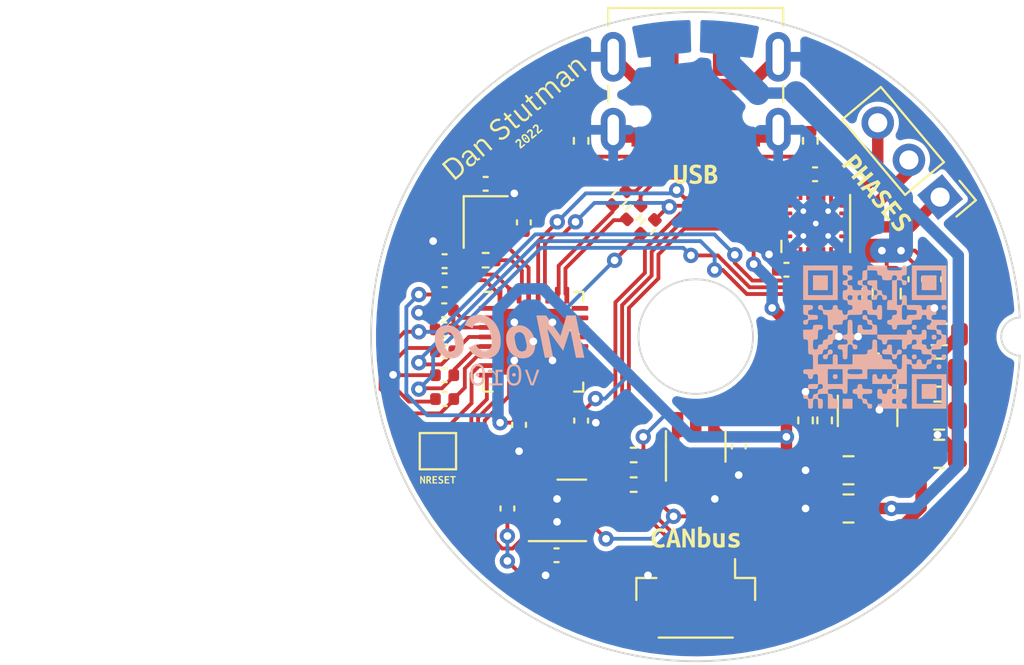
<source format=kicad_pcb>
(kicad_pcb (version 20211014) (generator pcbnew)
  (layers (0 "F.Cu" signal) (31 "B.Cu" signal) (34 "B.Paste" user) (35 "F.Paste" user) (36 "B.SilkS" user "B.Silkscreen") (37 "F.SilkS" user "F.Silkscreen") (38 "B.Mask" user) (39 "F.Mask" user) (44 "Edge.Cuts" user))
  (net 0 "")
  (net 1 "+3V3")
  (net 2 "GND")
  (net 3 "Vdrive")
  (net 4 "Net-(C8-Pad2)")
  (net 5 "/PWM_SYNC")
  (net 6 "/DRV_~{SCS}")
  (net 7 "Net-(C10-Pad1)")
  (net 8 "/~{RESET}")
  (net 9 "/TMS_SDA")
  (net 10 "/TMS_SCL")
  (net 11 "/SOC")
  (net 12 "/SOB")
  (net 13 "/SOA")
  (net 14 "/SCLK")
  (net 15 "/SDI")
  (net 16 "/SDO")
  (net 17 "Net-(J4-Pad1)")
  (net 18 "Net-(J4-Pad2)")
  (net 19 "Net-(J4-Pad3)")
  (net 22 "Net-(C20-Pad1)")
  (net 23 "Net-(R5-Pad2)")
  (net 24 "Net-(C28-Pad1)")
  (net 25 "+5V")
  (net 26 "Net-(C28-Pad2)")
  (net 27 "/CANH")
  (net 29 "/CANL")
  (net 30 "unconnected-(J3-PadA4)")
  (net 31 "/USB_DP")
  (net 32 "/USB_DN")
  (net 34 "Net-(J3-PadB5)")
  (net 36 "Net-(R6-Pad2)")
  (net 37 "/CAN_EN")
  (net 38 "/CAN_RX")
  (net 39 "/CAN_TX")
  (net 40 "/USB_CONN_DP")
  (net 41 "/USB_CONN_DN")
  (net 43 "Net-(J3-PadA5)")
  (net 52 "Net-(C19-Pad1)")
  (footprint "Capacitor_SMD:C_0805_2012Metric" (layer "F.Cu") (at 62.75 54.1375 180)
    (fp_text reference "C30" hide)
    (fp_text value "22uF 6.3V" hide)
  )
  (footprint "Resistor_SMD:R_0402_1005Metric" (layer "F.Cu") (at 46.75 56.2)
    (fp_text reference "R1" hide)
    (fp_text value "910R" hide)
  )
  (footprint "kibuzzard-626ED487" (layer "F.Cu") (at 59.5 42.5 -50)
    (fp_text reference "kibuzzard-626ED487" hide)
    (fp_text value "G***" hide)
  )
  (footprint "Resistor_SMD:R_0402_1005Metric" (layer "F.Cu") (at 46 42.75 45)
    (fp_text reference "R11" hide)
    (fp_text value "22R" hide)
  )
  (footprint "Crystal:Crystal_SMD_2016-4Pin_2.0x1.6mm" (layer "F.Cu") (at 39 44 -90)
    (fp_text reference "Y1" hide)
    (fp_text value "40 MHz +-10ppm" hide)
  )
  (footprint "Connector_PinHeader_2.54mm:PinHeader_1x03_P2.54mm_Vertical" (layer "F.Cu") (at 62.796051 42.695753 -140)
    (fp_text reference "J4" hide)
    (fp_text value "Conn_01x03" hide)
  )
  (footprint "Resistor_SMD:R_0402_1005Metric" (layer "F.Cu") (at 39.000001 46)
    (fp_text reference "R5" hide)
    (fp_text value "100R" hide)
  )
  (footprint "kibuzzard-6244D452" (layer "F.Cu") (at 40.5 38.5 40)
    (fp_text reference "kibuzzard-6244D452" hide)
    (fp_text value "G***" hide)
  )
  (footprint "Package_DFN_QFN:QFN-32-1EP_5x5mm_P0.5mm_EP3.45x3.45mm" (layer "F.Cu") (at 41.5 50.27)
    (fp_text reference "U1" hide)
    (fp_text value "ESP32-C3" hide)
  )
  (footprint "Capacitor_SMD:C_0402_1005Metric" (layer "F.Cu") (at 36.8325 48.62 180)
    (fp_text reference "C21" hide)
    (fp_text value "0.1uF 6.3V" hide)
  )
  (footprint "Resistor_SMD:R_0402_1005Metric" (layer "F.Cu") (at 46.75 43.5 45)
    (fp_text reference "R10" hide)
    (fp_text value "22R" hide)
  )
  (footprint "kibuzzard-62725C85" (layer "F.Cu") (at 41.25 39.5 40)
    (fp_text reference "kibuzzard-62725C85" hide)
    (fp_text value "G***" hide)
  )
  (footprint "Capacitor_SMD:C_0402_1005Metric" (layer "F.Cu") (at 54.75 46.5)
    (fp_text reference "C7" hide)
    (fp_text value "0.1uF 6.3V X7R" hide)
  )
  (footprint "kibuzzard-626ED451" (layer "F.Cu") (at 50 60.5)
    (fp_text reference "kibuzzard-626ED451" hide)
    (fp_text value "G***" hide)
  )
  (footprint "kibuzzard-627B83F7" (layer "F.Cu") (at 36.5 57.5)
    (fp_text reference "kibuzzard-627B83F7" hide)
    (fp_text value "G***" hide)
  )
  (footprint "Connector_USB:USB_C_Receptacle_JAE_DX07S016JA1R1500" (layer "F.Cu") (at 50 36.5 180)
    (fp_text reference "J3" hide)
    (fp_text value "USB_C_Receptacle_USB2.0" hide)
  )
  (footprint "Capacitor_SMD:C_0402_1005Metric" (layer "F.Cu") (at 40.13875 59 90)
    (fp_text reference "C5" hide)
    (fp_text value "0.1uF 10V" hide)
  )
  (footprint "Resistor_SMD:R_0402_1005Metric" (layer "F.Cu") (at 46.75 57.75 180)
    (fp_text reference "R2" hide)
    (fp_text value "910R" hide)
  )
  (footprint "Capacitor_SMD:C_0805_2012Metric" (layer "F.Cu") (at 58 47.75 -90)
    (fp_text reference "C15" hide)
    (fp_text value "10uF VBUS" hide)
  )
  (footprint "Capacitor_SMD:C_0402_1005Metric" (layer "F.Cu") (at 61.5 47 -90)
    (fp_text reference "C8" hide)
    (fp_text value "0.1uF 25V" hide)
  )
  (footprint "Capacitor_SMD:C_0805_2012Metric" (layer "F.Cu") (at 58 59 180)
    (fp_text reference "C27" hide)
    (fp_text value "10uF 25V" hide)
  )
  (footprint "Capacitor_SMD:C_0805_2012Metric" (layer "F.Cu") (at 60 47.75 -90)
    (fp_text reference "C13" hide)
    (fp_text value "10uF VBUS" hide)
  )
  (footprint "Capacitor_SMD:C_0402_1005Metric" (layer "F.Cu") (at 36.85 46.05 180)
    (fp_text reference "C18" hide)
    (fp_text value "10nF 6.3V" hide)
  )
  (footprint "Capacitor_SMD:C_0402_1005Metric" (layer "F.Cu") (at 52.25 55.75 -90)
    (fp_text reference "C9" hide)
    (fp_text value "0.1uF 6.3V" hide)
  )
  (footprint "Capacitor_SMD:C_0805_2012Metric" (layer "F.Cu") (at 58 57 180)
    (fp_text reference "C26" hide)
    (fp_text value "10uF 25V" hide)
  )
  (footprint "Inductor_SMD:L_0805_2012Metric" (layer "F.Cu") (at 62.75 49.8875)
    (fp_text reference "L2" hide)
    (fp_text value "3.3uH 750mA" hide)
  )
  (footprint "DStutman_Package_QFN:DRV8311" (layer "F.Cu") (at 56.285 44.08 90)
    (fp_text reference "U4" hide)
    (fp_text value "DRV8311" hide)
  )
  (footprint "Capacitor_SMD:C_0402_1005Metric" (layer "F.Cu") (at 36.8325 49.62 180)
    (fp_text reference "C22" hide)
    (fp_text value "0.1uF 6.3V" hide)
  )
  (footprint "Capacitor_SMD:C_0805_2012Metric" (layer "F.Cu") (at 62.75 51.8875 180)
    (fp_text reference "C29" hide)
    (fp_text value "22uF 6.3V" hide)
  )
  (footprint "Resistor_SMD:R_0402_1005Metric" (layer "F.Cu") (at 44 39.75 -90)
    (fp_text reference "R9" hide)
    (fp_text value "5.1kR" hide)
  )
  (footprint "Capacitor_SMD:C_0402_1005Metric" (layer "F.Cu") (at 36.85 47.05 180)
    (fp_text reference "C1" hide)
    (fp_text value "1uF 6.3V" hide)
  )
  (footprint "Package_TO_SOT_SMD:SOT-23-6" (layer "F.Cu") (at 59 53.8875 -90)
    (fp_text reference "U2" hide)
    (fp_text value "TPS562201" hide)
  )
  (footprint "Capacitor_SMD:C_0402_1005Metric" (layer "F.Cu") (at 59.48 51.25)
    (fp_text reference "C28" hide)
    (fp_text value "0.1uF" hide)
  )
  (footprint "Capacitor_SMD:C_0402_1005Metric" (layer "F.Cu") (at 36.85 52.02)
    (fp_text reference "C17" hide)
    (fp_text value "0.1uF 6.3V" hide)
  )
  (footprint "Capacitor_SMD:C_0805_2012Metric" (layer "F.Cu") (at 62.75 56.1375 180)
    (fp_text reference "C31" hide)
    (fp_text value "22uF 6.3V" hide)
  )
  (footprint "Capacitor_SMD:C_0402_1005Metric" (layer "F.Cu") (at 36.85 50.77 180)
    (fp_text reference "C14" hide)
    (fp_text value "0.1uF 6.3V" hide)
  )
  (footprint "Capacitor_SMD:C_0402_1005Metric" (layer "F.Cu") (at 62.5 47 -90)
    (fp_text reference "C11" hide)
    (fp_text value "0.1uF VBUS" hide)
  )
  (footprint "Capacitor_SMD:C_0402_1005Metric" (layer "F.Cu") (at 41.000001 44.02 90)
    (fp_text reference "C19" hide)
    (fp_text value "XpF 6.3V" hide)
  )
  (footprint "Capacitor_SMD:C_0402_1005Metric" (layer "F.Cu") (at 40.75 54.62 -90)
    (fp_text reference "C23" hide)
    (fp_text value "0.1uF 6.3V" hide)
  )
  (footprint "Resistor_SMD:R_0402_1005Metric" (layer "F.Cu") (at 55.75 54.3875 90)
    (fp_text reference "R7" hide)
    (fp_text value "10kR" hide)
  )
  (footprint "Capacitor_SMD:C_0402_1005Metric" (layer "F.Cu") (at 44 54.4 -90)
    (fp_text reference "C24" hide)
    (fp_text value "0.1uF 6.3V" hide)
  )
  (footprint "Resistor_SMD:R_0402_1005Metric" (layer "F.Cu") (at 56 39.75 -90)
    (fp_text reference "R8" hide)
    (fp_text value "5.1kR" hide)
  )
  (footprint "TestPoint:TestPoint_Pad_1.5x1.5mm" (layer "F.Cu") (at 36.5 56)
    (fp_text reference "TP1" hide)
    (fp_text value "TestPoint" hide)
  )
  (footprint "Connector_JST:JST_SH_BM04B-SRSS-TB_1x04-1MP_P1.00mm_Vertical" (layer "F.Cu") (at 50 63.75 180)
    (fp_text reference "J6" hide)
    (fp_text value "Conn_01x04" hide)
  )
  (footprint "Resistor_SMD:R_0402_1005Metric" (layer "F.Cu") (at 56.75 54.3875 -90)
    (fp_text reference "R6" hide)
    (fp_text value "33.2kR" hide)
  )
  (footprint "kibuzzard-626ED465" (layer "F.Cu") (at 50 41.5)
    (fp_text reference "kibuzzard-626ED465" hide)
    (fp_text value "G***" hide)
  )
  (footprint "Package_SON:HVSON-8-1EP_3x3mm_P0.65mm_EP1.6x2.4mm" (layer "F.Cu") (at 42.76125 59.1)
    (fp_text reference "U5" hide)
    (fp_text value "TJA1462ATK/0Z" hide)
  )
  (footprint "Capacitor_SMD:C_0402_1005Metric" (layer "F.Cu") (at 39.000001 42)
    (fp_text reference "C20" hide)
    (fp_text value "XpF 6.3V" hide)
  )
  (footprint "Package_TO_SOT_SMD:SOT-23-6" (layer "F.Cu") (at 50 55.75 90)
    (fp_text reference "U3" hide)
    (fp_text value "TMAG5273" hide)
  )
  (footprint "Capacitor_SMD:C_0402_1005Metric" (layer "F.Cu") (at 42.71125 61.45 180)
    (fp_text reference "C12" hide)
    (fp_text value "0.1uF 6.3V" hide)
  )
  (footprint "Resistor_SMD:R_0402_1005Metric" (layer "F.Cu") (at 47.5 44.25 45)
    (fp_text reference "R4" hide)
    (fp_text value "10 kR" hide)
  )
  (footprint "Capacitor_SMD:C_0402_1005Metric" (layer "F.Cu") (at 36.85 53.27)
    (fp_text reference "C25" hide)
    (fp_text value "0.1uF 6.3V" hide)
  )
  (footprint "Capacitor_SMD:C_0402_1005Metric" (layer "F.Cu") (at 56.25 41.5)
    (fp_text reference "C10" hide)
    (fp_text value "1uF 6.3V" hide)
  )
  (footprint "kibuzzard-624C491C" (layer "B.Cu") (at 40 52 180)
    (fp_text reference "kibuzzard-624C491C" hide)
    (fp_text value "G***" hide)
  )
  (footprint "Library:Pad_CircularEdge_Ro16.5Ri15_Single" (layer "B.Cu") (at 51.703768 34.363864 173.75)
    (fp_text reference "J8" hide)
    (fp_text value "Conn_01x01" hide)
  )
  (footprint "kibuzzard-6244CA09" (layer "B.Cu") (at 40.25 50 180)
    (fp_text reference "kibuzzard-6244CA09" hide)
    (fp_text value "G***" hide)
  )
  (footprint "Library:Pad_CircularEdge_Ro16.5Ri15_Single" (layer "B.Cu") (at 48.274461 34.363864 -173.75)
    (fp_text reference "J9" hide)
    (fp_text value "Conn_01x01" hide)
  )
  (footprint "Library:QR_Code" (layer "B.Cu") (at 59.4 50 180)
    (fp_text reference "G***" hide)
    (fp_text value "LOGO" hide)
  )
  (gr_arc (start 66.97 51) (mid 33.000562 50) (end 66.97 49) (layer "Edge.Cuts") (width 0.1))
  (gr_arc (start 66.97 51) (mid 65.999555 50) (end 66.97 49) (layer "Edge.Cuts") (width 0.1))
  (gr_circle (center 50 50) (end 50 47) (layer "Edge.Cuts") (width 0.1) (fill none))
  (segment (start 54.690311 45.041169) (end 53.458831 45.041169) (width 0.2) (layer "F.Cu") (net 1))
  (segment (start 35.5 47.796497) (end 36.488997 47.796497) (width 0.2) (layer "F.Cu") (net 1))
  (segment (start 44.21125 60.1775) (end 43.19125 61.1975) (width 0.2) (layer "F.Cu") (net 1))
  (segment (start 44.21125 60.075) (end 44.78956 60.075) (width 0.2) (layer "F.Cu") (net 1))
  (segment (start 54.75 59.5) (end 54.75 55.25) (width 0.6) (layer "F.Cu") (net 1))
  (segment (start 39.5 46.75) (end 38.03 46.75) (width 0.2) (layer "F.Cu") (net 1))
  (segment (start 61.8125 51.8875) (end 63.8125 49.8875) (width 0.6) (layer "F.Cu") (net 1))
  (segment (start 45.75 46.00702) (end 45.75 46) (width 0.2) (layer "F.Cu") (net 1))
  (segment (start 37.7125 49.02) (end 39.0625 49.02) (width 0.2) (layer "F.Cu") (net 1))
  (segment (start 36.488997 47.796497) (end 37.3125 48.62) (width 0.2) (layer "F.Cu") (net 1))
  (segment (start 51.6075 55.27) (end 50.95 54.6125) (width 0.2) (layer "F.Cu") (net 1))
  (segment (start 54.82 44.75) (end 54.73148 44.83852) (width 0.2) (layer "F.Cu") (net 1))
  (segment (start 55.484991 46.03352) (end 55.484991 45.545009) (width 0.2) (layer "F.Cu") (net 1))
  (segment (start 37.3125 48.62) (end 37.7125 49.02) (width 0.2) (layer "F.Cu") (net 1))
  (segment (start 39.0625 49.52) (end 37.4125 49.52) (width 0.2) (layer "F.Cu") (net 1))
  (segment (start 45.75 46) (end 47.139376 44.610624) (width 0.2) (layer "F.Cu") (net 1))
  (segment (start 44.21125 60.075) (end 44.21125 60.1775) (width 0.2) (layer "F.Cu") (net 1))
  (segment (start 54.73148 45) (end 54.690311 45.041169) (width 0.2) (layer "F.Cu") (net 1))
  (segment (start 37.33 46.05) (end 37.33 47.05) (width 0.2) (layer "F.Cu") (net 1))
  (segment (start 38.9675 47.05) (end 37.33 47.05) (width 0.2) (layer "F.Cu") (net 1))
  (segment (start 39.758054 54.508054) (end 40.381946 54.508054) (width 0.2) (layer "F.Cu") (net 1))
  (segment (start 38.03 46.75) (end 37.33 46.05) (width 0.2) (layer "F.Cu") (net 1))
  (segment (start 54.75 59.75) (end 55.81602 60.81602) (width 0.6) (layer "F.Cu") (net 1))
  (segment (start 54 48.5) (end 55.396463 49.896463) (width 0.6) (layer "F.Cu") (net 1))
  (segment (start 47.26 56.2) (end 47.26 55.26) (width 0.2) (layer "F.Cu") (net 1))
  (segment (start 53.458831 45.041169) (end 53.031509 45.468491) (width 0.2) (layer "F.Cu") (net 1))
  (segment (start 37.3125 49.62) (end 37.3125 48.62) (width 0.2) (layer "F.Cu") (net 1))
  (segment (start 55.484991 45.545009) (end 55.485 45.545) (width 0.2) (layer "F.Cu") (net 1))
  (segment (start 61.8 58.95) (end 61.8 56.1375) (width 0.6) (layer "F.Cu") (net 1))
  (segment (start 39.5 46.75) (end 40.25 47.5) (width 0.2) (layer "F.Cu") (net 1))
  (segment (start 39.75 47.8325) (end 38.9675 47.05) (width 0.2) (layer "F.Cu") (net 1))
  (segment (start 47.26 57.83587) (end 48.837065 59.412935) (width 0.2) (layer "F.Cu") (net 1))
  (segment (start 44.75 53.27) (end 44 54.02) (width 0.2) (layer "F.Cu") (net 1))
  (segment (start 55.485 46.245) (end 55.23 46.5) (width 0.2) (layer "F.Cu") (net 1))
  (segment (start 55.396463 49.896463) (end 55.396463 52.033989) (width 0.6) (layer "F.Cu") (net 1))
  (segment (start 55.485 45.545) (end 55.485 46.245) (width 0.2) (layer "F.Cu") (net 1))
  (segment (start 40.75 52.7075) (end 40.75 54.14) (width 0.2) (layer "F.Cu") (net 1))
  (segment (start 54.909278 46.03352) (end 55.484991 46.03352) (width 0.2) (layer "F.Cu") (net 1))
  (segment (start 44.75 53.25) (end 44.75 53.27) (width 0.2) (layer "F.Cu") (net 1))
  (segment (start 54.73 55.27) (end 52.25 55.27) (width 0.2) (layer "F.Cu") (net 1))
  (segment (start 52.25 55.27) (end 51.6075 55.27) (width 0.2) (layer "F.Cu") (net 1))
  (segment (start 43.19125 61.1975) (end 43.19125 61.45) (width 0.2) (layer "F.Cu") (net 1))
  (segment (start 54.75 59.5) (end 54.662935 59.412935) (width 0.2) (layer "F.Cu") (net 1))
  (segment (start 59.93398 60.81602) (end 61.8 58.95) (width 0.6) (layer "F.Cu") (net 1))
  (segment (start 44 54.02) (end 44 52.0825) (width 0.2) (layer "F.Cu") (net 1))
  (segment (start 47.26 55.26) (end 47.25 55.25) (width 0.2) (layer "F.Cu") (net 1))
  (segment (start 40.381946 54.508054) (end 40.75 54.14) (width 0.2) (layer "F.Cu") (net 1))
  (segment (start 56.103537 52.033989) (end 56.75 52.680452) (width 0.6) (layer "F.Cu") (net 1))
  (segment (start 54.73148 44.83852) (end 54.73148 45.855722) (width 0.2) (layer "F.Cu") (net 1))
  (segment (start 54.662935 59.412935) (end 48.837065 59.412935) (width 0.2) (layer "F.Cu") (net 1))
  (segment (start 54.75 55.25) (end 54.73 55.27) (width 0.2) (layer "F.Cu") (net 1))
  (segment (start 44 52.0625) (end 43.9375 52) (width 0.2) (layer "F.Cu") (net 1))
  (segment (start 53.031509 45.468491) (end 53.031509 46.204037) (width 0.2) (layer "F.Cu") (net 1))
  (segment (start 36.583503 47.796497) (end 37.33 47.05) (width 0.2) (layer "F.Cu") (net 1))
  (segment (start 36.488997 47.796497) (end 36.583503 47.796497) (width 0.2) (layer "F.Cu") (net 1))
  (segment (start 54.75 52.680452) (end 55.396463 52.033989) (width 0.6) (layer "F.Cu") (net 1))
  (segment (start 37.4125 49.52) (end 37.3125 49.62) (width 0.2) (layer "F.Cu") (net 1))
  (segment (start 56.75 52.680452) (end 56.75 53.8775) (width 0.6) (layer "F.Cu") (net 1))
  (segment (start 40.25 47.5) (end 40.25 47.8325) (width 0.2) (layer "F.Cu") (net 1))
  (segment (start 44.78956 60.075) (end 45.301655 60.587095) (width 0.2) (layer "F.Cu") (net 1))
  (segment (start 61.8 51.8875) (end 61.8125 51.8875) (width 0.6) (layer "F.Cu") (net 1))
  (segment (start 44 52.0825) (end 43.9375 52.02) (width 0.2) (layer "F.Cu") (net 1))
  (segment (start 47.26 57.75) (end 47.26 57.83587) (width 0.2) (layer "F.Cu") (net 1))
  (segment (start 61.8 51.8875) (end 61.8 56.1375) (width 0.6) (layer "F.Cu") (net 1))
  (segment (start 55.81602 60.81602) (end 59.93398 60.81602) (width 0.6) (layer "F.Cu") (net 1))
  (segment (start 54.73148 45.855722) (end 54.909278 46.03352) (width 0.2) (layer "F.Cu") (net 1))
  (segment (start 54.75 55.25) (end 54.75 52.680452) (width 0.6) (layer "F.Cu") (net 1))
  (segment (start 54.75 59.5) (end 54.75 59.75) (width 0.6) (layer "F.Cu") (net 1))
  (segment (start 55.396463 52.033989) (end 56.103537 52.033989) (width 0.6) (layer "F.Cu") (net 1))
  (via (at 48.837065 59.412935) (size 0.8) (drill 0.4) (layers "F.Cu" "B.Cu") (net 1))
  (via (at 53.031509 46.204037) (size 0.8) (drill 0.4) (layers "F.Cu" "B.Cu") (net 1))
  (via (at 44.75 53.25) (size 0.8) (drill 0.4) (layers "F.Cu" "B.Cu") (net 1))
  (via (at 35.5 47.796497) (size 0.8) (drill 0.4) (layers "F.Cu" "B.Cu") (net 1))
  (via (at 45.75 46.00702) (size 0.8) (drill 0.4) (layers "F.Cu" "B.Cu") (net 1))
  (via (at 45.301655 60.587095) (size 0.8) (drill 0.4) (layers "F.Cu" "B.Cu") (net 1))
  (via (at 54.75 55.25) (size 0.8) (drill 0.4) (layers "F.Cu" "B.Cu") (net 1))
  (via (at 47.25 55.25) (size 0.8) (drill 0.4) (layers "F.Cu" "B.Cu") (net 1))
  (via (at 54 48.5) (size 0.8) (drill 0.4) (layers "F.Cu" "B.Cu") (net 1))
  (via (at 39.758054 54.508054) (size 0.8) (drill 0.4) (layers "F.Cu" "B.Cu") (net 1))
  (segment (start 54.75 55.25) (end 49.75 55.25) (width 0.6) (layer "B.Cu") (net 1))
  (segment (start 47.25 55.25) (end 48.5 54) (width 0.2) (layer "B.Cu") (net 1))
  (segment (start 39.758054 54.508054) (end 39.646489 54.396489) (width 0.6) (layer "B.Cu") (net 1))
  (segment (start 34.846489 48.450008) (end 35.5 47.796497) (width 0.2) (layer "B.Cu") (net 1))
  (segment (start 48.837065 59.412935) (end 47.662905 60.587095) (width 0.2) (layer "B.Cu") (net 1))
  (segment (start 39.646489 54.396489) (end 39.646489 48.603511) (width 0.6) (layer "B.Cu") (net 1))
  (segment (start 54 47.172528) (end 53.031509 46.204037) (width 0.6) (layer "B.Cu") (net 1))
  (segment (start 34.846489 53.020694) (end 34.846489 48.450008) (width 0.2) (layer "B.Cu") (net 1))
  (segment (start 45.74298 46.00702) (end 43.125 48.625) (width 0.2) (layer "B.Cu") (net 1))
  (segment (start 39.646489 48.603511) (end 40.75 47.5) (width 0.6) (layer "B.Cu") (net 1))
  (segment (start 43.125 48.625) (end 46.5 52) (width 0.6) (layer "B.Cu") (net 1))
  (segment (start 44.75 53.25) (end 45.25 53.25) (width 0.2) (layer "B.Cu") (net 1))
  (segment (start 49.75 55.25) (end 48.5 54) (width 0.6) (layer "B.Cu") (net 1))
  (segment (start 42 47.5) (end 43.125 48.625) (width 0.6) (layer "B.Cu") (net 1))
  (segment (start 40.75 47.5) (end 42 47.5) (width 0.6) (layer "B.Cu") (net 1))
  (segment (start 54 48.5) (end 54 47.172528) (width 0.6) (layer "B.Cu") (net 1))
  (segment (start 39.37 54.12) (end 35.945795 54.12) (width 0.2) (layer "B.Cu") (net 1))
  (segment (start 35.945795 54.12) (end 34.846489 53.020694) (width 0.2) (layer "B.Cu") (net 1))
  (segment (start 45.75 46.00702) (end 45.74298 46.00702) (width 0.2) (layer "B.Cu") (net 1))
  (segment (start 39.758054 54.508054) (end 39.37 54.12) (width 0.2) (layer "B.Cu") (net 1))
  (segment (start 45.301655 60.587095) (end 47.662905 60.587095) (width 0.2) (layer "B.Cu") (net 1))
  (segment (start 45.25 53.25) (end 46.5 52) (width 0.2) (layer "B.Cu") (net 1))
  (segment (start 48.5 54) (end 46.5 52) (width 0.6) (layer "B.Cu") (net 1))
  (segment (start 55.75 53.8775) (end 55.75 52.8875) (width 0.2) (layer "F.Cu") (net 2))
  (segment (start 58 48.7) (end 58 49.5) (width 0.2) (layer "F.Cu") (net 2))
  (segment (start 53.1 39.55) (end 53.945 39.55) (width 0.6) (layer "F.Cu") (net 2))
  (segment (start 48.5 62.425) (end 47.575 62.425) (width 0.2) (layer "F.Cu") (net 2))
  (segment (start 36.281489 53.403511) (end 36.415 53.27) (width 0.2) (layer "F.Cu") (net 2))
  (segment (start 52.866489 36.803511) (end 54.32 35.35) (width 0.6) (layer "F.Cu") (net 2))
  (segment (start 59.615652 53.833582) (end 59.95 53.499234) (width 0.6) (layer "F.Cu") (net 2))
  (segment (start 45.68 35.35) (end 47.133511 36.803511) (width 0.6) (layer "F.Cu") (net 2))
  (segment (start 42.43625 58.775) (end 42.73875 58.5) (width 0.2) (layer "F.Cu") (net 2))
  (segment (start 36.3525 49.62) (end 36.3525 48.62) (width 0.2) (layer "F.Cu") (net 2))
  (segment (start 39.7 43.3) (end 40.5 42.5) (width 0.2) (layer "F.Cu") (net 2))
  (segment (start 47.133511 36.803511) (end 52.866489 36.803511) (width 0.6) (layer "F.Cu") (net 2))
  (segment (start 62.70484 55.14234) (end 63.7 56.1375) (width 0.6) (layer "F.Cu") (net 2))
  (segment (start 39.55 43.3) (end 39.7 43.3) (width 0.2) (layer "F.Cu") (net 2))
  (segment (start 40.39375 58.775) (end 40.13875 58.52) (width 0.2) (layer "F.Cu") (net 2))
  (segment (start 40.75 56) (end 40.75 55.08) (width 0.2) (layer "F.Cu") (net 2))
  (segment (start 52.25 56.23) (end 52.25 57.25) (width 0.2) (layer "F.Cu") (net 2))
  (segment (start 42.23125 62.4075) (end 42.13875 62.5) (width 0.2) (layer "F.Cu") (net 2))
  (segment (start 56 39.24) (end 54.385 39.24) (width 0.2) (layer "F.Cu") (net 2))
  (segment (start 56.685 42.615) (end 56.685 43.18) (width 0.2) (layer "F.Cu") (net 2))
  (segment (start 34.1535 52) (end 34.1535 52.577705) (width 0.2) (layer "F.Cu") (net 2))
  (segment (start 47.575 62.425) (end 47.5 62.5) (width 0.2) (layer "F.Cu") (net 2))
  (segment (start 36.37 46.05) (end 36.37 45.12) (width 0.2) (layer "F.Cu") (net 2))
  (segment (start 56.285 42.615) (end 56.285 44.08) (width 0.2) (layer "F.Cu") (net 2))
  (segment (start 56.685 43.18) (end 56.935 43.43) (width 0.2) (layer "F.Cu") (net 2))
  (segment (start 57.75 44.35) (end 56.555 44.35) (width 0.2) (layer "F.Cu") (net 2))
  (segment (start 36.241489 50.596489) (end 36.415 50.77) (width 0.2) (layer "F.Cu") (net 2))
  (segment (start 34.1735 52.02) (end 36.415 52.02) (width 0.2) (layer "F.Cu") (net 2))
  (segment (start 56.285 42.615) (end 56.285 41.945) (width 0.2) (layer "F.Cu") (net 2))
  (segment (start 56.285 41.945) (end 56.73 41.5) (width 0.2) (layer "F.Cu") (net 2))
  (segment (start 36.37 47.05) (end 36.37 46.05) (width 0.2) (layer "F.Cu") (net 2))
  (segment (start 39.480001 42) (end 39.480001 43.23) (width 0.2) (layer "F.Cu") (net 2))
  (segment (start 57.05 59) (end 55.75 59) (width 0.6) (layer "F.Cu") (net 2))
  (segment (start 34.1535 52) (end 34.1535 51.346452) (width 0.2) (layer "F.Cu") (net 2))
  (segment (start 56.555 44.35) (end 56.285 44.08) (width 0.2) (layer "F.Cu") (net 2))
  (segment (start 44 39.24) (end 45.615 39.24) (width 0.2) (layer "F.Cu") (net 2))
  (segment (start 60 48.7) (end 58.7 50) (width 0.2) (layer "F.Cu") (net 2))
  (segment (start 62.66241 55.14234) (end 62.70484 55.14234) (width 0.6) (layer "F.Cu") (net 2))
  (segment (start 53.945 39.55) (end 54.32 39.175) (width 0.6) (layer "F.Cu") (net 2))
  (segment (start 38.450001 44.55) (end 38.450001 44.7) (width 0.2) (layer "F.Cu") (net 2))
  (segment (start 57.085 43.28) (end 56.935 43.43) (width 0.2) (layer "F.Cu") (net 2))
  (segment (start 50 56.8875) (end 50.95 56.8875) (width 0.2) (layer "F.Cu") (net 2))
  (segment (start 53.837557 46.067557) (end 53.837557 45.69467) (width 0.2) (layer "F.Cu") (net 2))
  (segment (start 42.76125 59.1) (end 42.73875 59.7) (width 0.2) (layer "F.Cu") (net 2))
  (segment (start 54.27 46.5) (end 53.837557 46.067557) (width 0.2) (layer "F.Cu") (net 2))
  (segment (start 44.768281 54.510717) (end 44.298998 54.98) (width 0.2) (layer "F.Cu") (net 2))
  (segment (start 41.000001 43.54) (end 39.790001 43.54) (width 0.2) (layer "F.Cu") (net 2))
  (segment (start 50.95 58.45) (end 51 58.5) (width 0.2) (layer "F.Cu") (net 2))
  (segment (start 44.298998 54.98) (end 44 54.98) (width 0.2) (layer "F.Cu") (net 2))
  (segment (start 42.23125 61.45) (end 42.23125 62.4075) (width 0.2) (layer "F.Cu") (net 2))
  (segment (start 42.76125 60.92) (end 42.23125 61.45) (width 0.2) (layer "F.Cu") (net 2))
  (segment (start 46.055 39.55) (end 45.68 39.175) (width 0.6) (layer "F.Cu") (net 2))
  (segment (start 50.95 56.8875) (end 50.95 58.45) (width 0.2) (layer "F.Cu") (net 2))
  (segment (start 58.7 50) (end 58.5 50) (width 0.2) (layer "F.Cu") (net 2))
  (segment (start 42.73875 59.7) (end 42.76125 60.92) (width 0.2) (layer "F.Cu") (net 2))
  (segment (start 34.903463 50.596489) (end 36.241489 50.596489) (width 0.2) (layer "F.Cu") (net 2))
  (segment (start 45.615 39.24) (end 45.68 39.175) (width 0.2) (layer "F.Cu") (net 2))
  (segment (start 59.95 53.499234) (end 59.95 52.75) (width 0.6) (layer "F.Cu") (net 2))
  (segment (start 57.05 57) (end 55.75 57) (width 0.6) (layer "F.Cu") (net 2))
  (segment (start 39.550001 43.45) (end 38.450001 44.55) (width 0.2) (layer "F.Cu") (net 2))
  (segment (start 34.1535 52.577705) (end 34.979306 53.403511) (width 0.2) (layer "F.Cu") (net 2))
  (segment (start 42.73875 58.5) (end 42.76125 59.1) (width 0.2) (layer "F.Cu") (net 2))
  (segment (start 34.1535 52) (end 34.1735 52.02) (width 0.2) (layer "F.Cu") (net 2))
  (segment (start 36.37 45.12) (end 36.25 45) (width 0.2) (layer "F.Cu") (net 2))
  (segment (start 46.9 39.55) (end 46.055 39.55) (width 0.6) (layer "F.Cu") (net 2))
  (segment (start 34.1535 51.346452) (end 34.903463 50.596489) (width 0.2) (layer "F.Cu") (net 2))
  (segment (start 41.31125 58.775) (end 40.39375 58.775) (width 0.2) (layer "F.Cu") (net 2))
  (segment (start 35.5 48.75) (end 35.63 48.62) (width 0.2) (layer "F.Cu") (net 2))
  (segment (start 41.31125 58.775) (end 42.43625 58.775) (width 0.2) (layer "F.Cu") (net 2))
  (segment (start 58 49.5) (end 57.5 50) (width 0.2) (layer "F.Cu") (net 2))
  (segment (start 63.7 51.8875) (end 63.7 56.1375) (width 0.6) (layer "F.Cu") (net 2))
  (segment (start 39.550001 43.3) (end 39.550001 43.45) (width 0.2) (layer "F.Cu") (net 2))
  (segment (start 39.790001 43.54) (end 39.550001 43.3) (width 0.2) (layer "F.Cu") (net 2))
  (segment (start 34.979306 53.403511) (end 36.281489 53.403511) (width 0.2) (layer "F.Cu") (net 2))
  (segment (start 62.5 47.48) (end 62.5 48.5) (width 0.2) (layer "F.Cu") (net 2))
  (segment (start 35.63 48.62) (end 36.3525 48.62) (width 0.2) (layer "F.Cu") (net 2))
  (segment (start 54.385 39.24) (end 54.32 39.175) (width 0.2) (layer "F.Cu") (net 2))
  (segment (start 57.085 42.615) (end 57.085 43.28) (width 0.2) (layer "F.Cu") (net 2))
  (via (at 58.5 50) (size 0.8) (drill 0.4) (layers "F.Cu" "B.Cu") (net 2))
  (via (at 42.13875 62.5) (size 0.8) (drill 0.4) (layers "F.Cu" "B.Cu") (net 2))
  (via (at 47.5 62.5) (size 0.8) (drill 0.4) (layers "F.Cu" "B.Cu") (net 2))
  (via (at 53.837557 45.69467) (size 0.8) (drill 0.4) (layers "F.Cu" "B.Cu") (net 2))
  (via (at 34.1535 52) (size 0.8) (drill 0.4) (layers "F.Cu" "B.Cu") (net 2))
  (via (at 40.75 56) (size 0.8) (drill 0.4) (layers "F.Cu" "B.Cu") (net 2))
  (via (at 35.5 48.75) (size 0.8) (drill 0.4) (layers "F.Cu" "B.Cu") (net 2))
  (via (at 42.73875 59.7) (size 0.8) (drill 0.4) (layers "F.Cu" "B.Cu") (net 2))
  (via (at 55.75 57) (size 0.8) (drill 0.4) (layers "F.Cu" "B.Cu") (net 2))
  (via (at 55.75 52.8875) (size 0.8) (drill 0.4) (layers "F.Cu" "B.Cu") (net 2))
  (via (at 59.615652 53.833582) (size 0.8) (drill 0.4) (layers "F.Cu" "B.Cu") (net 2))
  (via (at 62.66241 55.14234) (size 0.8) (drill 0.4) (layers "F.Cu" "B.Cu") (net 2))
  (via (at 52.25 57.25) (size 0.8) (drill 0.4) (layers "F.Cu" "B.Cu") (net 2))
  (via (at 42.73875 58.5) (size 0.8) (drill 0.4) (layers "F.Cu" "B.Cu") (net 2))
  (via (at 57.5 50) (size 0.8) (drill 0.4) (layers "F.Cu" "B.Cu") (net 2))
  (via (at 40.5 42.5) (size 0.8) (drill 0.4) (layers "F.Cu" "B.Cu") (net 2))
  (via (at 41.5 50.25) (size 0.8) (drill 0.4) (layers "F.Cu" "B.Cu") (net 2))
  (via (at 55.75 59) (size 0.8) (drill 0.4) (layers "F.Cu" "B.Cu") (net 2))
  (via (at 51 58.5) (size 0.8) (drill 0.4) (layers "F.Cu" "B.Cu") (net 2))
  (via (at 62.5 48.5) (size 0.8) (drill 0.4) (layers "F.Cu" "B.Cu") (net 2))
  (via (at 44.768281 54.510717) (size 0.8) (drill 0.4) (layers "F.Cu" "B.Cu") (net 2))
  (via (at 40.5 51.25) (size 0.8) (drill 0.4) (layers "F.Cu" "B.Cu") (net 2))
  (via (at 42.5 51.25) (size 0.8) (drill 0.4) (layers "F.Cu" "B.Cu") (net 2))
  (via (at 42.5 49.25) (size 0.8) (drill 0.4) (layers "F.Cu" "B.Cu") (net 2))
  (via (at 40.5 49.25) (size 0.8) (drill 0.4) (layers "F.Cu" "B.Cu") (net 2))
  (via (at 36.25 45) (size 0.8) (drill 0.4) (layers "F.Cu" "B.Cu") (net 2))
  (segment (start 48.274461 36.024461) (end 48.5 36.25) (width 1.25) (layer "B.Cu") (net 2))
  (segment (start 48.274461 34.363864) (end 48.274461 36.024461) (width 1.25) (layer "B.Cu") (net 2))
  (segment (start 60 46.8) (end 60 45.75) (width 0.2) (layer "F.Cu") (net 3))
  (segment (start 58.05 53.508994) (end 59 54.458994) (width 0.6) (layer "F.Cu") (net 3))
  (segment (start 61.5 46.25) (end 60.75 45.5) (width 0.2) (layer "F.Cu") (net 3))
  (segment (start 58 46.25) (end 58.75 45.5) (width 0.2) (layer "F.Cu") (net 3))
  (segment (start 62.5 46.52) (end 61.48 45.5) (width 0.2) (layer "F.Cu") (net 3))
  (segment (start 59 55.025) (end 59 56.95) (width 0.6) (layer "F.Cu") (net 3))
  (segment (start 59 54.458994) (end 59 55.025) (width 0.6) (layer "F.Cu") (net 3))
  (segment (start 58 46.8) (end 58 46.25) (width 0.2) (layer "F.Cu") (net 3))
  (segment (start 58.75 45.5) (end 60.75 45.5) (width 1.25) (layer "F.Cu") (net 3))
  (segment (start 59 54.741837) (end 59 55.025) (width 0.2) (layer "F.Cu") (net 3))
  (segment (start 58 44.75) (end 58.75 45.5) (width 0.2) (layer "F.Cu") (net 3))
  (segment (start 57.485 46.285) (end 58 46.8) (width 0.2) (layer "F.Cu") (net 3))
  (segment (start 57.485 45.545) (end 57.485 46.285) (width 0.2) (layer "F.Cu") (net 3))
  (segment (start 59 56.95) (end 58.95 57) (width 0.6) (layer "F.Cu") (net 3))
  (segment (start 60 45.75) (end 59.75 45.5) (width 0.2) (layer "F.Cu") (net 3))
  (segment (start 58.05 52.75) (end 58.05 53.508994) (width 0.6) (layer "F.Cu") (net 3))
  (segment (start 61.5 46.52) (end 61.5 46.25) (width 0.2) (layer "F.Cu") (net 3))
  (segment (start 60.25 59) (end 58.95 59) (width 0.6) (layer "F.Cu") (net 3))
  (segment (start 57.75 44.75) (end 58 44.75) (width 0.2) (layer "F.Cu") (net 3))
  (segment (start 58.95 57) (end 58.95 59) (width 0.6) (layer "F.Cu") (net 3))
  (segment (start 61.48 45.5) (end 60.75 45.5) (width 0.2) (layer "F.Cu") (net 3))
  (via (at 60.75 45.5) (size 0.8) (drill 0.4) (layers "F.Cu" "B.Cu") (net 3))
  (via (at 59.75 45.5) (size 0.8) (drill 0.4) (layers "F.Cu" "B.Cu") (net 3))
  (via (at 60.25 59) (size 0.8) (drill 0.4) (layers "F.Cu" "B.Cu") (net 3))
  (segment (start 59.75 45.5) (end 60.75 45.5) (width 1.25) (layer "B.Cu") (net 3))
  (segment (start 63.75 45.75) (end 61 43) (width 0.6) (layer "B.Cu") (net 3))
  (segment (start 61 43) (end 60.75 43) (width 0.6) (layer "B.Cu") (net 3))
  (segment (start 60.75 42.75) (end 60.75 43) (width 1.25) (layer "B.Cu") (net 3))
  (segment (start 63.75 56.75) (end 63.75 45.75) (width 0.6) (layer "B.Cu") (net 3))
  (segment (start 55.25 37.25) (end 60.75 42.75) (width 1.25) (layer "B.Cu") (net 3))
  (segment (start 53.25 37.25) (end 51.703768 35.703768) (width 1.25) (layer "B.Cu") (net 3))
  (segment (start 61.5 59) (end 63.75 56.75) (width 0.6) (layer "B.Cu") (net 3))
  (segment (start 55.25 37.25) (end 53.25 37.25) (width 0.6) (layer "B.Cu") (net 3))
  (segment (start 60.25 59) (end 61.5 59) (width 0.6) (layer "B.Cu") (net 3))
  (segment (start 60.75 43) (end 60.75 45.5) (width 1.25) (layer "B.Cu") (net 3))
  (segment (start 51.703768 35.703768) (end 51.703768 34.363864) (width 1.25) (layer "B.Cu") (net 3))
  (segment (start 57.316436 47.55352) (end 61.42648 47.55352) (width 0.2) (layer "F.Cu") (net 4))
  (segment (start 61.42648 47.55352) (end 61.5 47.48) (width 0.2) (layer "F.Cu") (net 4))
  (segment (start 57.085 45.545) (end 57.085 46.183431) (width 0.2) (layer "F.Cu") (net 4))
  (segment (start 57.02148 47.258564) (end 57.316436 47.55352) (width 0.2) (layer "F.Cu") (net 4))
  (segment (start 57.085 46.183431) (end 57.02148 46.246951) (width 0.2) (layer "F.Cu") (net 4))
  (segment (start 57.02148 46.246951) (end 57.02148 47.258564) (width 0.2) (layer "F.Cu") (net 4))
  (segment (start 42.75 43.99298) (end 42.75 44) (width 0.2) (layer "F.Cu") (net 5))
  (segment (start 49 42.3305) (end 49.4195 42.75) (width 0.2) (layer "F.Cu") (net 5))
  (segment (start 54.95 42.75) (end 55.085 42.615) (width 0.2) (layer "F.Cu") (net 5))
  (segment (start 42.75 44) (end 41.75 45) (width 0.2) (layer "F.Cu") (net 5))
  (segment (start 41.75 45) (end 41.75 47.8325) (width 0.2) (layer "F.Cu") (net 5))
  (segment (start 49.4195 42.75) (end 54.95 42.75) (width 0.2) (layer "F.Cu") (net 5))
  (via (at 42.75 43.99298) (size 0.8) (drill 0.4) (layers "F.Cu" "B.Cu") (net 5))
  (via (at 49 42.3305) (size 0.8) (drill 0.4) (layers "F.Cu" "B.Cu") (net 5))
  (segment (start 42.75 43.99298) (end 44.24298 42.5) (width 0.2) (layer "B.Cu") (net 5))
  (segment (start 44.24298 42.5) (end 48.8305 42.5) (width 0.2) (layer "B.Cu") (net 5))
  (segment (start 48.8305 42.5) (end 49 42.3305) (width 0.2) (layer "B.Cu") (net 5))
  (segment (start 48.67581 43.15) (end 54.82 43.15) (width 0.2) (layer "F.Cu") (net 6))
  (segment (start 48.620559 43.205251) (end 48.544749 43.205251) (width 0.2) (layer "F.Cu") (net 6))
  (segment (start 43.049992 44.646491) (end 42.603461 44.646491) (width 0.2) (layer "F.Cu") (net 6))
  (segment (start 48.544749 43.205251) (end 47.860624 43.889376) (width 0.2) (layer "F.Cu") (net 6))
  (segment (start 43.703503 43.99298) (end 43.049992 44.646491) (width 0.2) (layer "F.Cu") (net 6))
  (segment (start 42.603461 44.646491) (end 42.10352 45.146432) (width 0.2) (layer "F.Cu") (net 6))
  (segment (start 42.10352 47.301601) (end 42.25 47.448081) (width 0.2) (layer "F.Cu") (net 6))
  (segment (start 42.25 47.448081) (end 42.25 47.8325) (width 0.2) (layer "F.Cu") (net 6))
  (segment (start 42.10352 45.146432) (end 42.10352 47.301601) (width 0.2) (layer "F.Cu") (net 6))
  (segment (start 48.620559 43.205251) (end 48.67581 43.15) (width 0.2) (layer "F.Cu") (net 6))
  (via (at 48.620559 43.205251) (size 0.8) (drill 0.4) (layers "F.Cu" "B.Cu") (net 6))
  (via (at 43.703503 43.99298) (size 0.8) (drill 0.4) (layers "F.Cu" "B.Cu") (net 6))
  (segment (start 44.696483 43) (end 48.415308 43) (width 0.2) (layer "B.Cu") (net 6))
  (segment (start 48.415308 43) (end 48.620559 43.205251) (width 0.2) (layer "B.Cu") (net 6))
  (segment (start 43.703503 43.99298) (end 44.696483 43) (width 0.2) (layer "B.Cu") (net 6))
  (segment (start 55.885 41.615) (end 55.77 41.5) (width 0.2) (layer "F.Cu") (net 7))
  (segment (start 55.885 42.615) (end 55.885 41.615) (width 0.2) (layer "F.Cu") (net 7))
  (segment (start 38.26204 51.936041) (end 38.26204 53.48796) (width 0.2) (layer "F.Cu") (net 8))
  (segment (start 36.5 55.25) (end 36.5 56) (width 0.2) (layer "F.Cu") (net 8))
  (segment (start 39.0625 51.52) (end 38.678081 51.52) (width 0.2) (layer "F.Cu") (net 8))
  (segment (start 38.678081 51.52) (end 38.26204 51.936041) (width 0.2) (layer "F.Cu") (net 8))
  (segment (start 38.26204 53.48796) (end 36.5 55.25) (width 0.2) (layer "F.Cu") (net 8))
  (segment (start 41.75 53.396481) (end 41.89648 53.542961) (width 0.2) (layer "F.Cu") (net 9))
  (segment (start 41.89648 55.896528) (end 42.792912 56.79296) (width 0.2) (layer "F.Cu") (net 9))
  (segment (start 49.05 55.45) (end 49.05 54.6125) (width 0.2) (layer "F.Cu") (net 9))
  (segment (start 46.24 56.76) (end 46.20704 56.79296) (width 0.2) (layer "F.Cu") (net 9))
  (segment (start 41.75 52.7075) (end 41.75 53.396481) (width 0.2) (layer "F.Cu") (net 9))
  (segment (start 47.70704 56.79296) (end 49.05 55.45) (width 0.2) (layer "F.Cu") (net 9))
  (segment (start 46.20704 56.79296) (end 47.70704 56.79296) (width 0.2) (layer "F.Cu") (net 9))
  (segment (start 46.24 56.2) (end 46.24 56.76) (width 0.2) (layer "F.Cu") (net 9))
  (segment (start 41.89648 53.542961) (end 41.89648 55.896528) (width 0.2) (layer "F.Cu") (net 9))
  (segment (start 42.792912 56.79296) (end 46.20704 56.79296) (width 0.2) (layer "F.Cu") (net 9))
  (segment (start 41.542961 53.689394) (end 41.25 53.396433) (width 0.2) (layer "F.Cu") (net 10))
  (segment (start 46.24 57.75) (end 46.24 57.15296) (width 0.2) (layer "F.Cu") (net 10))
  (segment (start 49.05 56.8875) (end 48.8625 56.8875) (width 0.2) (layer "F.Cu") (net 10))
  (segment (start 46.24 57.15296) (end 46.24648 57.14648) (width 0.2) (layer "F.Cu") (net 10))
  (segment (start 41.542961 56.042961) (end 41.542961 53.689394) (width 0.2) (layer "F.Cu") (net 10))
  (segment (start 42.64648 57.14648) (end 41.542961 56.042961) (width 0.2) (layer "F.Cu") (net 10))
  (segment (start 48.8625 56.8875) (end 48.60352 57.14648) (width 0.2) (layer "F.Cu") (net 10))
  (segment (start 48.60352 57.14648) (end 46.24648 57.14648) (width 0.2) (layer "F.Cu") (net 10))
  (segment (start 41.25 53.396433) (end 41.25 52.7075) (width 0.2) (layer "F.Cu") (net 10))
  (segment (start 46.24648 57.14648) (end 42.64648 57.14648) (width 0.2) (layer "F.Cu") (net 10))
  (segment (start 39.0625 51.02) (end 38.56256 51.02) (width 0.2) (layer "F.Cu") (net 11))
  (segment (start 55.885 45.545) (end 55.838511 45.591489) (width 0.2) (layer "F.Cu") (net 11))
  (segment (start 33.5 52.75) (end 34.77 54.02) (width 0.2) (layer "F.Cu") (net 11))
  (segment (start 34.75 49.75) (end 33.5 51) (width 0.2) (layer "F.Cu") (net 11))
  (segment (start 33.5 51) (end 33.5 52.75) (width 0.2) (layer "F.Cu") (net 11))
  (segment (start 52.046987 46.143705) (end 52.046987 45.719454) (width 0.2) (layer "F.Cu") (net 11))
  (segment (start 37.90852 52.67404) (end 37.375 53.20756) (width 0.2) (layer "F.Cu") (net 11))
  (segment (start 55.838511 45.591489) (end 55.838511 46.75801) (width 0.2) (layer "F.Cu") (net 11))
  (segment (start 52.966802 47.06352) (end 52.046987 46.143705) (width 0.2) (layer "F.Cu") (net 11))
  (segment (start 38.56256 51.02) (end 37.90852 51.67404) (width 0.2) (layer "F.Cu") (net 11))
  (segment (start 55.838511 46.75801) (end 55.533001 47.06352) (width 0.2) (layer "F.Cu") (net 11))
  (segment (start 35.5 49.75) (end 34.75 49.75) (width 0.2) (layer "F.Cu") (net 11))
  (segment (start 37.375 53.20756) (end 37.375 53.27) (width 0.2) (layer "F.Cu") (net 11))
  (segment (start 37.90852 51.67404) (end 37.90852 52.67404) (width 0.2) (layer "F.Cu") (net 11))
  (segment (start 55.533001 47.06352) (end 52.966802 47.06352) (width 0.2) (layer "F.Cu") (net 11))
  (segment (start 36.625 54.02) (end 37.375 53.27) (width 0.2) (layer "F.Cu") (net 11))
  (segment (start 34.77 54.02) (end 36.625 54.02) (width 0.2) (layer "F.Cu") (net 11))
  (via (at 52.046987 45.719454) (size 0.8) (drill 0.4) (layers "F.Cu" "B.Cu") (net 11))
  (via (at 35.5 49.75) (size 0.8) (drill 0.4) (layers "F.Cu" "B.Cu") (net 11))
  (segment (start 50.974013 44.64648) (end 52.046987 45.719454) (width 0.2) (layer "B.Cu") (net 11))
  (segment (start 35.5 49.75) (end 36.5 49.75) (width 0.2) (layer "B.Cu") (net 11))
  (segment (start 36.5 49.75) (end 41.60352 44.64648) (width 0.2) (layer "B.Cu") (net 11))
  (segment (start 41.60352 44.64648) (end 50.974013 44.64648) (width 0.2) (layer "B.Cu") (net 11))
  (segment (start 35.54352 52.70648) (end 36.70852 52.70648) (width 0.2) (layer "F.Cu") (net 12))
  (segment (start 52.820382 47.41704) (end 51.153342 45.75) (width 0.2) (layer "F.Cu") (net 12))
  (segment (start 56.285 45.545) (end 56.285 45.983539) (width 0.2) (layer "F.Cu") (net 12))
  (segment (start 56.192022 46.904451) (end 55.679433 47.41704) (width 0.2) (layer "F.Cu") (net 12))
  (segment (start 37.375 51.70762) (end 37.375 52.02) (width 0.2) (layer "F.Cu") (net 12))
  (segment (start 55.679433 47.41704) (end 52.820382 47.41704) (width 0.2) (layer "F.Cu") (net 12))
  (segment (start 56.285 45.983539) (end 56.192022 46.076517) (width 0.2) (layer "F.Cu") (net 12))
  (segment (start 35.5 52.75) (end 35.54352 52.70648) (width 0.2) (layer "F.Cu") (net 12))
  (segment (start 38.56262 50.52) (end 37.375 51.70762) (width 0.2) (layer "F.Cu") (net 12))
  (segment (start 56.192022 46.076517) (end 56.192022 46.904451) (width 0.2) (layer "F.Cu") (net 12))
  (segment (start 37.375 52.04) (end 37.375 52.02) (width 0.2) (layer "F.Cu") (net 12))
  (segment (start 51.153342 45.75) (end 49.75 45.75) (width 0.2) (layer "F.Cu") (net 12))
  (segment (start 36.70852 52.70648) (end 37.375 52.04) (width 0.2) (layer "F.Cu") (net 12))
  (segment (start 39.0625 50.52) (end 38.56262 50.52) (width 0.2) (layer "F.Cu") (net 12))
  (via (at 35.5 52.75) (size 0.8) (drill 0.4) (layers "F.Cu" "B.Cu") (net 12))
  (via (at 49.75 45.75) (size 0.8) (drill 0.4) (layers "F.Cu" "B.Cu") (net 12))
  (segment (start 36.25 52) (end 36.25 51) (width 0.2) (layer "B.Cu") (net 12))
  (segment (start 36.25 51) (end 41.89648 45.35352) (width 0.2) (layer "B.Cu") (net 12))
  (segment (start 35.5 52.75) (end 36.25 52) (width 0.2) (layer "B.Cu") (net 12))
  (segment (start 41.89648 45.35352) (end 49.35352 45.35352) (width 0.2) (layer "B.Cu") (net 12))
  (segment (start 49.35352 45.35352) (end 49.75 45.75) (width 0.2) (layer "B.Cu") (net 12))
  (segment (start 56.685 45.545) (end 56.685 46.083479) (width 0.2) (layer "F.Cu") (net 13))
  (segment (start 35.5 51.3665) (end 35.58998 51.45648) (width 0.2) (layer "F.Cu") (net 13))
  (segment (start 56.545533 46.222946) (end 56.545533 47.204467) (width 0.2) (layer "F.Cu") (net 13))
  (segment (start 55.979449 47.770551) (end 52.673941 47.770551) (width 0.2) (layer "F.Cu") (net 13))
  (segment (start 51.413814 46.510424) (end 50.989576 46.510424) (width 0.2) (layer "F.Cu") (net 13))
  (segment (start 56.545533 47.204467) (end 55.979449 47.770551) (width 0.2) (layer "F.Cu") (net 13))
  (segment (start 36.68852 51.45648) (end 37.375 50.77) (width 0.2) (layer "F.Cu") (net 13))
  (segment (start 56.685 46.083479) (end 56.545533 46.222946) (width 0.2) (layer "F.Cu") (net 13))
  (segment (start 35.58998 51.45648) (end 36.68852 51.45648) (width 0.2) (layer "F.Cu") (net 13))
  (segment (start 37.375 50.77) (end 38.125 50.02) (width 0.2) (layer "F.Cu") (net 13))
  (segment (start 52.673941 47.770551) (end 51.413814 46.510424) (width 0.2) (layer "F.Cu") (net 13))
  (segment (start 38.125 50.02) (end 39.0625 50.02) (width 0.2) (layer "F.Cu") (net 13))
  (via (at 50.989576 46.510424) (size 0.8) (drill 0.4) (layers "F.Cu" "B.Cu") (net 13))
  (via (at 35.5 51.3665) (size 0.8) (drill 0.4) (layers "F.Cu" "B.Cu") (net 13))
  (segment (start 35.5 51.3665) (end 35.5 51.25) (width 0.2) (layer "B.Cu") (net 13))
  (segment (start 35.5 51.25) (end 41.75 45) (width 0.2) (layer "B.Cu") (net 13))
  (segment (start 50.25 45) (end 50.989576 45.739576) (width 0.2) (layer "B.Cu") (net 13))
  (segment (start 50.989576 45.739576) (end 50.989576 46.510424) (width 0.2) (layer "B.Cu") (net 13))
  (segment (start 41.75 45) (end 50.25 45) (width 0.2) (layer "B.Cu") (net 13))
  (segment (start 42.939343 56.439439) (end 44.810561 56.439439) (width 0.2) (layer "F.Cu") (net 14))
  (segment (start 46.5 48.5) (end 48.04648 46.95352) (width 0.2) (layer "F.Cu") (net 14))
  (segment (start 42.25 52.7075) (end 42.25 55.750096) (width 0.2) (layer "F.Cu") (net 14))
  (segment (start 49.4 44.35) (end 54.82 44.35) (width 0.2) (layer "F.Cu") (net 14))
  (segment (start 48.04648 45.70352) (end 49.4 44.35) (width 0.2) (layer "F.Cu") (net 14))
  (segment (start 44.810561 56.439439) (end 46.5 54.75) (width 0.2) (layer "F.Cu") (net 14))
  (segment (start 42.25 55.750096) (end 42.939343 56.439439) (width 0.2) (layer "F.Cu") (net 14))
  (segment (start 46.5 54.75) (end 46.5 48.5) (width 0.2) (layer "F.Cu") (net 14))
  (segment (start 48.04648 46.95352) (end 48.04648 45.70352) (width 0.2) (layer "F.Cu") (net 14))
  (segment (start 46.14648 54.60352) (end 46.14648 48.3534) (width 0.2) (layer "F.Cu") (net 15))
  (segment (start 42.75 52.7075) (end 42.75 53.091919) (width 0.2) (layer "F.Cu") (net 15))
  (segment (start 42.75 53.091919) (end 42.60352 53.238399) (width 0.2) (layer "F.Cu") (net 15))
  (segment (start 49.3 43.95) (end 54.82 43.95) (width 0.2) (layer "F.Cu") (net 15))
  (segment (start 42.60352 55.603664) (end 43.085776 56.08592) (width 0.2) (layer "F.Cu") (net 15))
  (segment (start 47.692969 46.806911) (end 47.692969 45.557031) (width 0.2) (layer "F.Cu") (net 15))
  (segment (start 44.66408 56.08592) (end 46.14648 54.60352) (width 0.2) (layer "F.Cu") (net 15))
  (segment (start 43.085776 56.08592) (end 44.66408 56.08592) (width 0.2) (layer "F.Cu") (net 15))
  (segment (start 46.14648 48.3534) (end 47.692969 46.806911) (width 0.2) (layer "F.Cu") (net 15))
  (segment (start 42.60352 53.238399) (end 42.60352 55.603664) (width 0.2) (layer "F.Cu") (net 15))
  (segment (start 47.692969 45.557031) (end 49.3 43.95) (width 0.2) (layer "F.Cu") (net 15))
  (segment (start 43.25 53.091919) (end 43.25 52.7075) (width 0.2) (layer "F.Cu") (net 16))
  (segment (start 43.232208 55.7324) (end 42.95704 55.457232) (width 0.2) (layer "F.Cu") (net 16))
  (segment (start 45.625024 54.625024) (end 45.625024 54.624976) (width 0.2) (layer "F.Cu") (net 16))
  (segment (start 44.517648 55.7324) (end 43.232208 55.7324) (width 0.2) (layer "F.Cu") (net 16))
  (segment (start 45.79296 48.206968) (end 47.33945 46.660478) (width 0.2) (layer "F.Cu") (net 16))
  (segment (start 47.33945 45.41055) (end 49.2 43.55) (width 0.2) (layer "F.Cu") (net 16))
  (segment (start 45.625024 54.624976) (end 45.75 54.5) (width 0.2) (layer "F.Cu") (net 16))
  (segment (start 45.625024 54.625024) (end 45.79296 54.457088) (width 0.2) (layer "F.Cu") (net 16))
  (segment (start 45.625024 54.625024) (end 44.517648 55.7324) (width 0.2) (layer "F.Cu") (net 16))
  (segment (start 47.33945 46.660478) (end 47.33945 45.41055) (width 0.2) (layer "F.Cu") (net 16))
  (segment (start 42.95704 53.384879) (end 43.25 53.091919) (width 0.2) (layer "F.Cu") (net 16))
  (segment (start 45.79296 54.457088) (end 45.79296 48.206968) (width 0.2) (layer "F.Cu") (net 16))
  (segment (start 42.95704 55.457232) (end 42.95704 53.384879) (width 0.2) (layer "F.Cu") (net 16))
  (segment (start 49.2 43.55) (end 54.82 43.55) (width 0.2) (layer "F.Cu") (net 16))
  (segment (start 58.014242 43.95) (end 58.317753 44.253511) (width 0.2) (layer "F.Cu") (net 17))
  (segment (start 58.317753 44.253511) (end 58.753511 44.253511) (width 0.2) (layer "F.Cu") (net 17))
  (segment (start 62.796051 42.695753) (end 61.238293 44.253511) (width 0.6) (layer "F.Cu") (net 17))
  (segment (start 57.75 43.95) (end 58.014242 43.95) (width 0.2) (layer "F.Cu") (net 17))
  (segment (start 61.238293 44.253511) (end 58.753511 44.253511) (width 0.6) (layer "F.Cu") (net 17))
  (segment (start 57.75 43.55) (end 58.7 43.55) (width 0.2) (layer "F.Cu") (net 18))
  (segment (start 59 43.5) (end 58.75 43.5) (width 0.6) (layer "F.Cu") (net 18))
  (segment (start 61.16337 41.33663) (end 59 43.5) (width 0.6) (layer "F.Cu") (net 18))
  (segment (start 61.16337 40.75) (end 61.16337 41.33663) (width 0.6) (layer "F.Cu") (net 18))
  (segment (start 57.75 43.15) (end 58.1 43.15) (width 0.2) (layer "F.Cu") (net 19))
  (segment (start 58.1 43.15) (end 58.25 43) (width 0.2) (layer "F.Cu") (net 19))
  (segment (start 58.25 43) (end 58.25 42.75) (width 0.2) (layer "F.Cu") (net 19))
  (segment (start 59.53069 41.46931) (end 58.25 42.75) (width 0.6) (layer "F.Cu") (net 19))
  (segment (start 59.53069 38.804247) (end 59.53069 41.46931) (width 0.6) (layer "F.Cu") (net 19))
  (segment (start 37.79649 43.953511) (end 38.450001 43.3) (width 0.2) (layer "F.Cu") (net 22))
  (segment (start 38.450001 43.3) (end 38.450001 42.07) (width 0.2) (layer "F.Cu") (net 22))
  (segment (start 37.79649 45.306489) (end 37.79649 43.953511) (width 0.2) (layer "F.Cu") (net 22))
  (segment (start 38.49 46) (end 37.79649 45.306489) (width 0.2) (layer "F.Cu") (net 22))
  (segment (start 40.350048 46) (end 39.510001 46) (width 0.2) (layer "F.Cu") (net 23))
  (segment (start 40.75 47.8325) (end 40.75 47.448081) (width 0.2) (layer "F.Cu") (net 23))
  (segment (start 40.75 47.448081) (end 40.89648 47.301601) (width 0.2) (layer "F.Cu") (net 23))
  (segment (start 40.89648 47.301601) (end 40.89648 46.546432) (width 0.2) (layer "F.Cu") (net 23))
  (segment (start 40.89648 46.546432) (end 40.350048 46) (width 0.2) (layer "F.Cu") (net 23))
  (segment (start 60.173136 49.8875) (end 61.6875 49.8875) (width 0.6) (layer "F.Cu") (net 24))
  (segment (start 59 52.75) (end 59 51.060636) (width 0.6) (layer "F.Cu") (net 24))
  (segment (start 59 51.060636) (end 60.173136 49.8875) (width 0.6) (layer "F.Cu") (net 24))
  (segment (start 51.5 62.770663) (end 51.5 62.425) (width 0.2) (layer "F.Cu") (net 25))
  (segment (start 40.13875 60.442989) (end 40.13875 59.48) (width 0.2) (layer "F.Cu") (net 25))
  (segment (start 41.25625 59.48) (end 41.31125 59.425) (width 0.2) (layer "F.Cu") (net 25))
  (segment (start 41.88875 63.5) (end 50.770663 63.5) (width 0.2) (layer "F.Cu") (net 25))
  (segment (start 40.13875 61.75) (end 41.88875 63.5) (width 0.2) (layer "F.Cu") (net 25))
  (segment (start 50.770663 63.5) (end 51.5 62.770663) (width 0.2) (layer "F.Cu") (net 25))
  (segment (start 40.13875 59.48) (end 41.25625 59.48) (width 0.2) (layer "F.Cu") (net 25))
  (via (at 40.13875 60.442989) (size 0.8) (drill 0.4) (layers "F.Cu" "B.Cu") (net 25))
  (via (at 40.13875 61.75) (size 0.8) (drill 0.4) (layers "F.Cu" "B.Cu") (net 25))
  (segment (start 40.13875 60.442989) (end 40.13875 61.75) (width 0.2) (layer "B.Cu") (net 25))
  (segment (start 60.75 52.033994) (end 60.75 54.225) (width 0.6) (layer "F.Cu") (net 26))
  (segment (start 59.96 51.25) (end 59.966006 51.25) (width 0.6) (layer "F.Cu") (net 26))
  (segment (start 60.75 54.225) (end 59.95 55.025) (width 0.6) (layer "F.Cu") (net 26))
  (segment (start 59.966006 51.25) (end 60.75 52.033994) (width 0.6) (layer "F.Cu") (net 26))
  (segment (start 50.5 62.425) (end 50.5 62.00006) (width 0.2) (layer "F.Cu") (net 27))
  (segment (start 44.43625 59) (end 47.499925 59) (width 0.2) (layer "F.Cu") (net 27))
  (segment (start 47.499925 59) (end 50.5 62.000075) (width 0.2) (layer "F.Cu") (net 27))
  (segment (start 50.5 62.000075) (end 50.5 62.425) (width 0.2) (layer "F.Cu") (net 27))
  (segment (start 44.21125 58.775) (end 44.43625 59) (width 0.2) (layer "F.Cu") (net 27))
  (segment (start 44.28273 59.35352) (end 47.35352 59.35352) (width 0.2) (layer "F.Cu") (net 29))
  (segment (start 47.35352 59.35352) (end 49.5 61.5) (width 0.2) (layer "F.Cu") (net 29))
  (segment (start 44.21125 59.425) (end 44.28273 59.35352) (width 0.2) (layer "F.Cu") (net 29))
  (segment (start 49.5 61.5) (end 49.5 62.425) (width 0.2) (layer "F.Cu") (net 29))
  (segment (start 51.942969 38.442969) (end 48.220542 38.442969) (width 0.2) (layer "F.Cu") (net 30))
  (segment (start 52.35 39.55) (end 52.35 38.85) (width 0.2) (layer "F.Cu") (net 30))
  (segment (start 52.35 38.85) (end 51.942969 38.442969) (width 0.2) (layer "F.Cu") (net 30))
  (segment (start 47.65 39.013511) (end 47.65 39.55) (width 0.2) (layer "F.Cu") (net 30))
  (segment (start 48.220542 38.442969) (end 47.65 39.013511) (width 0.2) (layer "F.Cu") (net 30))
  (segment (start 42.75 47.8325) (end 42.823 47.7595) (width 0.2) (layer "F.Cu") (net 31))
  (segment (start 45.639376 43.110624) (end 45.639376 43.470188) (width 0.2) (layer "F.Cu") (net 31))
  (segment (start 42.823 47.7595) (end 42.823 46.286565) (width 0.2) (layer "F.Cu") (net 31))
  (segment (start 42.823 46.286565) (end 45.639376 43.470188) (width 0.2) (layer "F.Cu") (net 31))
  (segment (start 43.25 47.8325) (end 43.177 47.7595) (width 0.2) (layer "F.Cu") (net 32))
  (segment (start 46.344989 43.905011) (end 46.389376 43.860624) (width 0.2) (layer "F.Cu") (net 32))
  (segment (start 45.705186 43.905011) (end 46.344989 43.905011) (width 0.2) (layer "F.Cu") (net 32))
  (segment (start 43.177 46.433197) (end 45.705186 43.905011) (width 0.2) (layer "F.Cu") (net 32))
  (segment (start 43.177 47.7595) (end 43.177 46.433197) (width 0.2) (layer "F.Cu") (net 32))
  (segment (start 48.363502 40.57852) (end 48.75 40.192022) (width 0.2) (layer "F.Cu") (net 34))
  (segment (start 44.31852 40.57852) (end 48.363502 40.57852) (width 0.2) (layer "F.Cu") (net 34))
  (segment (start 44 40.26) (end 44.31852 40.57852) (width 0.2) (layer "F.Cu") (net 34))
  (segment (start 48.75 40.192022) (end 48.75 39.55) (width 0.2) (layer "F.Cu") (net 34))
  (segment (start 56.75 54.8975) (end 57.9225 54.8975) (width 0.2) (layer "F.Cu") (net 36))
  (segment (start 57.9225 54.8975) (end 58.05 55.025) (width 0.2) (layer "F.Cu") (net 36))
  (segment (start 56.75 54.8975) (end 55.75 54.8975) (width 0.2) (layer "F.Cu") (net 36))
  (segment (start 44.21125 58.125) (end 44.189761 58.125) (width 0.2) (layer "F.Cu") (net 37))
  (segment (start 39.53937 57.5) (end 38.95704 56.91767) (width 0.2) (layer "F.Cu") (net 37))
  (segment (start 40.25 53.091919) (end 40.25 52.7075) (width 0.2) (layer "F.Cu") (net 37))
  (segment (start 44.189761 58.125) (end 43.564761 57.5) (width 0.2) (layer "F.Cu") (net 37))
  (segment (start 38.95704 56.91767) (end 38.95704 54.384879) (width 0.2) (layer "F.Cu") (net 37))
  (segment (start 38.95704 54.384879) (end 40.25 53.091919) (width 0.2) (layer "F.Cu") (net 37))
  (segment (start 43.564761 57.5) (end 39.53937 57.5) (width 0.2) (layer "F.Cu") (net 37))
  (segment (start 38.25 57.210534) (end 38.250002 54.092013) (width 0.2) (layer "F.Cu") (net 38))
  (segment (start 41.31125 60.194694) (end 40.409444 61.0965) (width 0.2) (layer "F.Cu") (net 38))
  (segment (start 39.0625 53.279515) (end 39.0625 52.02) (width 0.2) (layer "F.Cu") (net 38))
  (segment (start 39.485239 58.445773) (end 38.25 57.210534) (width 0.2) (layer "F.Cu") (net 38))
  (segment (start 39.485239 60.713683) (end 39.485239 58.445773) (width 0.2) (layer "F.Cu") (net 38))
  (segment (start 39.868056 61.0965) (end 39.485239 60.713683) (width 0.2) (layer "F.Cu") (net 38))
  (segment (start 40.409444 61.0965) (end 39.868056 61.0965) (width 0.2) (layer "F.Cu") (net 38))
  (segment (start 41.31125 60.075) (end 41.31125 60.194694) (width 0.2) (layer "F.Cu") (net 38))
  (segment (start 38.250002 54.092013) (end 39.0625 53.279515) (width 0.2) (layer "F.Cu") (net 38))
  (segment (start 39.75 52.7075) (end 39.75 53.091967) (width 0.2) (layer "F.Cu") (net 39))
  (segment (start 39.75 53.091967) (end 38.603521 54.238446) (width 0.2) (layer "F.Cu") (net 39))
  (segment (start 38.60352 57.064102) (end 39.525898 57.98648) (width 0.2) (layer "F.Cu") (net 39))
  (segment (start 39.525898 57.98648) (end 41.17273 57.98648) (width 0.2) (layer "F.Cu") (net 39))
  (segment (start 38.603521 54.238446) (end 38.60352 57.064102) (width 0.2) (layer "F.Cu") (net 39))
  (segment (start 41.17273 57.98648) (end 41.31125 58.125) (width 0.2) (layer "F.Cu") (net 39))
  (segment (start 49.676684 41.323) (end 50.350501 40.649183) (width 0.2) (layer "F.Cu") (net 40))
  (segment (start 47.926684 41.323) (end 49.676684 41.323) (width 0.2) (layer "F.Cu") (net 40))
  (segment (start 50.350501 40.649183) (end 50.350501 39.650501) (width 0.2) (layer "F.Cu") (net 40))
  (segment (start 50.350501 39.650501) (end 50.25 39.55) (width 0.2) (layer "F.Cu") (net 40))
  (segment (start 46.860308 42.389376) (end 47.926684 41.323) (width 0.2) (layer "F.Cu") (net 40))
  (segment (start 46.360624 42.389376) (end 46.860308 42.389376) (width 0.2) (layer "F.Cu") (net 40))
  (segment (start 50.25 39.55) (end 49.75 39.55) (width 0.2) (layer "F.Cu") (net 40))
  (segment (start 50.704501 40.795815) (end 50.704501 39.595499) (width 0.2) (layer "F.Cu") (net 41))
  (segment (start 50.704501 39.595499) (end 50.75 39.55) (width 0.2) (layer "F.Cu") (net 41))
  (segment (start 49.303511 38.796489) (end 50.696489 38.796489) (width 0.2) (layer "F.Cu") (net 41))
  (segment (start 49.25 39.55) (end 49.25 38.85) (width 0.2) (layer "F.Cu") (net 41))
  (segment (start 49.25 38.85) (end 49.303511 38.796489) (width 0.2) (layer "F.Cu") (net 41))
  (segment (start 48.073316 41.677) (end 49.823316 41.677) (width 0.2) (layer "F.Cu") (net 41))
  (segment (start 47.110624 42.639692) (end 48.073316 41.677) (width 0.2) (layer "F.Cu") (net 41))
  (segment (start 47.110624 43.139376) (end 47.110624 42.639692) (width 0.2) (layer "F.Cu") (net 41))
  (segment (start 49.823316 41.677) (end 50.704501 40.795815) (width 0.2) (layer "F.Cu") (net 41))
  (segment (start 50.75 38.85) (end 50.75 39.55) (width 0.2) (layer "F.Cu") (net 41))
  (segment (start 50.696489 38.796489) (end 50.75 38.85) (width 0.2) (layer "F.Cu") (net 41))
  (segment (start 51.75 40.217022) (end 51.75 39.55) (width 0.2) (layer "F.Cu") (net 43))
  (segment (start 52.111498 40.57852) (end 51.75 40.217022) (width 0.2) (layer "F.Cu") (net 43))
  (segment (start 56 40.26) (end 55.68148 40.57852) (width 0.2) (layer "F.Cu") (net 43))
  (segment (start 55.68148 40.57852) (end 52.111498 40.57852) (width 0.2) (layer "F.Cu") (net 43))
  (segment (start 41.25 46.4) (end 39.55 44.7) (width 0.2) (layer "F.Cu") (net 52))
  (segment (start 41.25 47.8325) (end 41.25 46.4) (width 0.2) (layer "F.Cu") (net 52))
  (segment (start 39.750001 44.5) (end 39.550001 44.7) (width 0.2) (layer "F.Cu") (net 52))
  (segment (start 41 44.5) (end 39.750001 44.5) (width 0.2) (layer "F.Cu") (net 52))
  (zone (net 2) (net_name "GND") (layer "B.Cu") (connect_pads (clearance 0.254)) (min_thickness 0.508) (fill yes (thermal_gap 0.508) (thermal_bridge_width 0.508))
    (polygon (pts (xy 67.2 67.2) (xy 32.8 67.2) (xy 32.8 32.8) (xy 67.2 32.8)))
  )
)
</source>
